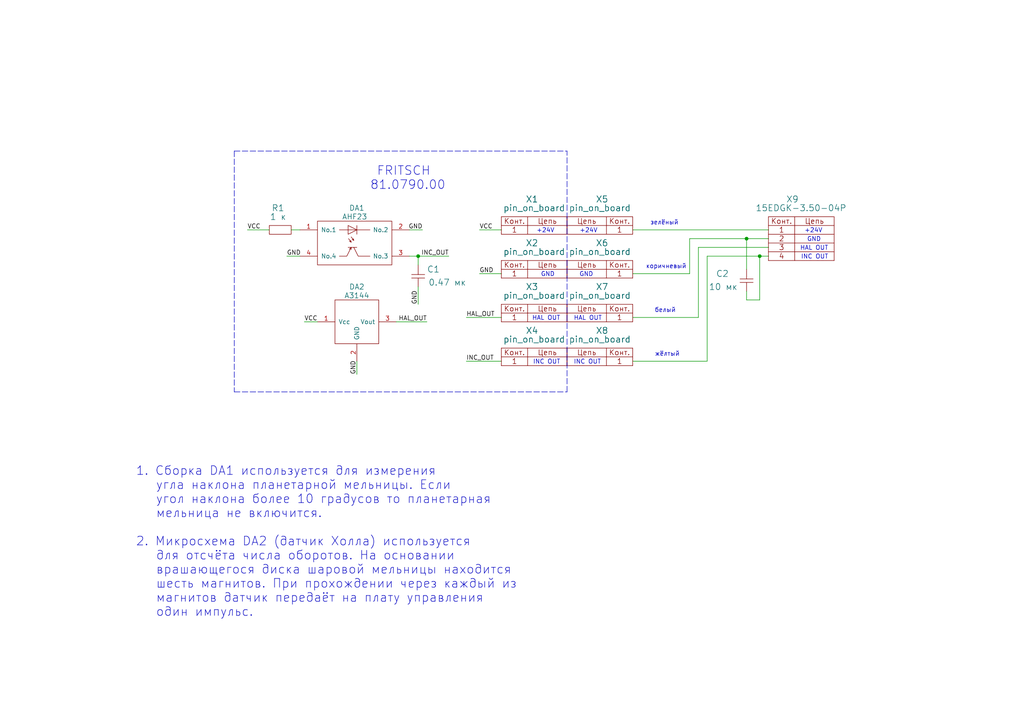
<source format=kicad_sch>
(kicad_sch (version 20211123) (generator eeschema)
  (paper "A4")
  (lib_symbols
    (symbol "IWsensors:hall_sensor_SS4xx" (pin_names (offset 1.016))
      (property "Reference" "DA" (at 5.08 3.81 0))
      (property "Value" "hall_sensor_SS4xx" (at 8.89 1.27 0))
      (symbol "hall_sensor_SS4xx_0_1"
        (polyline (pts (xy 0 0) (xy 12.7 0) (xy 12.7 -12.7) (xy 0 -12.7) (xy 0 0) (xy 0 0)))
      )
      (symbol "hall_sensor_SS4xx_1_1"
        (pin power_in line (at -5.08 -6.35 0) (length 5.08) (name "Vcc") (number "1"))
        (pin passive line (at 6.35 -17.78 90) (length 5.08) (name "GND") (number "2"))
        (pin output line (at 17.78 -6.35 180) (length 5.08) (name "Vout") (number "3"))
      )
    )
    (symbol "IWsensors:inclinometer_AHF23" (pin_names (offset 1.016))
      (property "Reference" "DA" (at 8.89 5.08 0))
      (property "Value" "inclinometer_AHF23" (at 10.16 2.54 0))
      (symbol "inclinometer_AHF23_0_1"
        (polyline (pts (xy 6.35 -2.54) (xy 15.24 -2.54)))
        (polyline (pts (xy 8.89 -7.62) (xy 11.43 -7.62)))
        (polyline (pts (xy 9.017 -5.08) (xy 9.779 -6.096)))
        (polyline (pts (xy 9.271 -5.842) (xy 9.779 -6.096)))
        (polyline (pts (xy 9.652 -5.588) (xy 9.779 -6.096)))
        (polyline (pts (xy 9.779 -4.572) (xy 10.541 -5.588)))
        (polyline (pts (xy 10.033 -5.334) (xy 10.541 -5.588)))
        (polyline (pts (xy 10.414 -5.08) (xy 10.541 -5.588)))
        (polyline (pts (xy 11.43 -1.27) (xy 11.43 -3.81)))
        (polyline (pts (xy 9.271 -8.128) (xy 9.779 -7.62) (xy 9.779 -8.255)))
        (polyline (pts (xy 9.779 -7.62) (xy 8.509 -10.16) (xy 6.35 -10.16)))
        (polyline (pts (xy 10.541 -7.62) (xy 11.811 -10.16) (xy 15.24 -10.16)))
        (polyline (pts (xy 8.89 -1.27) (xy 8.89 -3.81) (xy 11.43 -2.54) (xy 8.89 -1.27)))
        (rectangle (start 0 0) (end 21.59 -12.7))
      )
      (symbol "inclinometer_AHF23_1_1"
        (pin power_in line (at -5.08 -2.54 0) (length 5.08) (name "No.1") (number "1"))
        (pin output line (at 26.67 -2.54 180) (length 5.08) (name "No.2") (number "2"))
        (pin passive line (at 26.67 -10.16 180) (length 5.08) (name "No.3") (number "3"))
        (pin passive line (at -5.08 -10.16 0) (length 5.08) (name "No.4") (number "4"))
      )
    )
    (symbol "LFcapitors:CAPITORS" (pin_numbers hide) (pin_names (offset 1.016))
      (property "Reference" "C" (at 3.175 6.985 0))
      (property "Value" "CAPITORS" (at 3.175 4.445 0))
      (symbol "CAPITORS_0_1"
        (polyline (pts (xy 2.54 1.905) (xy 2.54 -1.905)))
        (polyline (pts (xy 3.556 1.905) (xy 3.556 -1.905)))
      )
      (symbol "CAPITORS_1_1"
        (pin passive line (at 0 0 0) (length 2.4892) (name "~") (number "1"))
        (pin passive line (at 6.35 0 180) (length 2.794) (name "~") (number "2"))
      )
    )
    (symbol "LFconnectors:connector_1pin_gost" (pin_numbers hide) (pin_names (offset 1.016) hide)
      (property "Reference" "X" (at 6.985 7.62 0))
      (property "Value" "connector_1pin_gost" (at -1.27 5.08 0))
      (symbol "connector_1pin_gost_0_0"
        (polyline (pts (xy 0 1.27) (xy 19.05 1.27)))
        (polyline (pts (xy 19.05 -1.27) (xy 0 -1.27)))
        (text "1" (at 3.81 0 0) (effects (font (size 1.524 1.524))))
        (text "Конт." (at 3.81 2.54 0) (effects (font (size 1.524 1.524))))
        (text "Цепь" (at 13.335 2.54 0) (effects (font (size 1.524 1.524))))
      )
      (symbol "connector_1pin_gost_0_1"
        (polyline (pts (xy 0 3.81) (xy 0 -1.27)))
        (polyline (pts (xy 0 3.81) (xy 19.05 3.81)))
        (polyline (pts (xy 7.62 3.81) (xy 7.62 -1.27)))
        (polyline (pts (xy 19.05 -1.27) (xy 19.05 3.81)))
      )
      (symbol "connector_1pin_gost_1_1"
        (pin passive line (at 0 0 0) (length 0) (name "~") (number "1"))
      )
    )
    (symbol "LFconnectors:connector_4pin_gost" (pin_numbers hide) (pin_names (offset 1.016) hide)
      (property "Reference" "X" (at 6.985 7.62 0))
      (property "Value" "connector_4pin_gost" (at -1.27 5.08 0))
      (symbol "connector_4pin_gost_0_0"
        (polyline (pts (xy 0 -8.89) (xy 19.05 -8.89)))
        (polyline (pts (xy 0 -6.35) (xy 19.05 -6.35)))
        (polyline (pts (xy 0 -3.81) (xy 19.05 -3.81)))
        (polyline (pts (xy 0 1.27) (xy 19.05 1.27)))
        (polyline (pts (xy 0 3.81) (xy 0 -8.89)))
        (polyline (pts (xy 7.62 3.81) (xy 7.62 -8.89)))
        (polyline (pts (xy 19.05 -1.27) (xy 0 -1.27)))
        (polyline (pts (xy 19.05 3.81) (xy 19.05 -8.89)))
        (text "1" (at 3.81 0 0) (effects (font (size 1.524 1.524))))
        (text "2" (at 3.81 -2.54 0) (effects (font (size 1.524 1.524))))
        (text "3" (at 3.81 -5.08 0) (effects (font (size 1.524 1.524))))
        (text "4" (at 3.81 -7.62 0) (effects (font (size 1.524 1.524))))
        (text "Конт." (at 3.81 2.54 0) (effects (font (size 1.524 1.524))))
        (text "Цепь" (at 13.335 2.54 0) (effects (font (size 1.524 1.524))))
      )
      (symbol "connector_4pin_gost_0_1"
        (polyline (pts (xy 0 3.81) (xy 19.05 3.81)))
      )
      (symbol "connector_4pin_gost_1_1"
        (pin passive line (at 0 0 0) (length 0) (name "~") (number "1"))
        (pin passive line (at 0 -2.54 0) (length 0) (name "~") (number "2"))
        (pin passive line (at 0 -5.08 0) (length 0) (name "~") (number "3"))
        (pin passive line (at 0 -7.62 0) (length 0) (name "~") (number "4"))
      )
    )
    (symbol "LFresistor:RESISTOR" (pin_numbers hide)
      (property "Reference" "R" (at 3.81 5.08 0))
      (property "Value" "RESISTOR" (at 3.81 2.54 0))
      (property "Datasheet" "AmpliOp.sch" (at 0 0 0))
      (symbol "RESISTOR_0_1"
        (rectangle (start 0 1.27) (end 6.35 -1.27))
      )
      (symbol "RESISTOR_1_1"
        (pin passive line (at 0 0 0) (length 0) (name "~") (number "1"))
        (pin passive line (at 6.35 0 180) (length 0) (name "~") (number "2"))
      )
    )
  )
  (junction (at 220.345 74.295))
  (junction (at 121.285 74.295))
  (junction (at 216.535 69.215))
  (wire (pts (xy 121.285 74.295) (xy 121.285 76.835)))
  (polyline (pts (xy 67.945 43.815) (xy 164.465 43.815)))
  (wire (pts (xy 135.255 92.075) (xy 145.415 92.075)))
  (wire (pts (xy 83.185 74.295) (xy 86.995 74.295)))
  (wire (pts (xy 183.515 79.375) (xy 200.025 79.375)))
  (wire (pts (xy 183.515 104.775) (xy 205.105 104.775)))
  (wire (pts (xy 200.025 79.375) (xy 200.025 69.215)))
  (wire (pts (xy 205.105 74.295) (xy 220.345 74.295)))
  (wire (pts (xy 88.265 93.345) (xy 92.075 93.345)))
  (wire (pts (xy 71.755 66.675) (xy 78.105 66.675)))
  (wire (pts (xy 139.065 66.675) (xy 145.415 66.675)))
  (wire (pts (xy 103.505 108.585) (xy 103.505 104.775)))
  (wire (pts (xy 216.535 69.215) (xy 222.885 69.215)))
  (wire (pts (xy 183.515 66.675) (xy 222.885 66.675)))
  (wire (pts (xy 121.285 88.265) (xy 121.285 83.185)))
  (wire (pts (xy 183.515 92.075) (xy 202.565 92.075)))
  (polyline (pts (xy 67.945 43.815) (xy 67.945 113.665)))
  (wire (pts (xy 216.535 84.455) (xy 216.535 86.995)))
  (wire (pts (xy 220.345 74.295) (xy 222.885 74.295)))
  (wire (pts (xy 121.285 74.295) (xy 130.175 74.295)))
  (polyline (pts (xy 67.945 113.665) (xy 164.465 113.665)))
  (wire (pts (xy 135.255 104.775) (xy 145.415 104.775)))
  (wire (pts (xy 202.565 92.075) (xy 202.565 71.755)))
  (wire (pts (xy 202.565 71.755) (xy 222.885 71.755)))
  (wire (pts (xy 220.345 86.995) (xy 220.345 74.295)))
  (wire (pts (xy 118.745 66.675) (xy 122.555 66.675)))
  (wire (pts (xy 216.535 69.215) (xy 216.535 78.105)))
  (wire (pts (xy 200.025 69.215) (xy 216.535 69.215)))
  (polyline (pts (xy 164.465 113.665) (xy 164.465 43.815)))
  (wire (pts (xy 114.935 93.345) (xy 123.825 93.345)))
  (wire (pts (xy 118.745 74.295) (xy 121.285 74.295)))
  (wire (pts (xy 139.065 79.375) (xy 145.415 79.375)))
  (wire (pts (xy 216.535 86.995) (xy 220.345 86.995)))
  (wire (pts (xy 84.455 66.675) (xy 86.995 66.675)))
  (wire (pts (xy 205.105 104.775) (xy 205.105 74.295)))
  (text "белый" (at 189.865 90.805 0) (effects (font (size 1.27 1.27)) (justify left bottom)))
  (text " FRITSCH\n81.0790.00" (at 107.315 55.245 0) (effects (font (size 2.54 2.54)) (justify left bottom)))
  (text "HAL OUT" (at 154.305 93.091 0) (effects (font (size 1.27 1.27)) (justify left bottom)))
  (text "+24V" (at 155.575 67.691 0) (effects (font (size 1.27 1.27)) (justify left bottom)))
  (text "HAL OUT" (at 174.625 93.091 180) (effects (font (size 1.27 1.27)) (justify right bottom)))
  (text "+24V" (at 173.355 67.691 180) (effects (font (size 1.27 1.27)) (justify right bottom)))
  (text "1. Сборка DA1 используется для измерения\n   угла наклона планетарной мельницы. Если\n   угол наклона более 10 градусов то планетарная\n   мельница не включится.\n\n2. Микросхема DA2 (датчик Холла) используется\n   для отсчёта числа оборотов. На основании\n   врашающегося диска шаровой мельницы находится\n   шесть магнитов. При прохождении через каждый из\n   магнитов датчик передаёт на плату управления\n   один импульс." (at 39.37 179.07 0) (effects (font (size 2.54 2.54)) (justify left bottom)))
  (text "GND" (at 156.845 80.391 0) (effects (font (size 1.27 1.27)) (justify left bottom)))
  (text "GND" (at 172.085 80.391 180) (effects (font (size 1.27 1.27)) (justify right bottom)))
  (text "жёлтый" (at 189.865 103.505 0) (effects (font (size 1.27 1.27)) (justify left bottom)))
  (text "+24V" (at 233.299 67.691 0) (effects (font (size 1.27 1.27)) (justify left bottom)))
  (text "INC OUT" (at 154.559 105.791 0) (effects (font (size 1.27 1.27)) (justify left bottom)))
  (text "GND" (at 234.061 70.231 0) (effects (font (size 1.27 1.27)) (justify left bottom)))
  (text "коричневый" (at 187.325 78.105 0) (effects (font (size 1.27 1.27)) (justify left bottom)))
  (text "HAL OUT" (at 232.029 72.771 0) (effects (font (size 1.27 1.27)) (justify left bottom)))
  (text "INC OUT" (at 174.371 105.791 180) (effects (font (size 1.27 1.27)) (justify right bottom)))
  (text "зелёный" (at 188.595 65.405 0) (effects (font (size 1.27 1.27)) (justify left bottom)))
  (text "INC OUT" (at 232.283 75.311 0) (effects (font (size 1.27 1.27)) (justify left bottom)))
  (label "GND" (at 122.555 66.675 180))
  (label "VCC" (at 139.065 66.675 0))
  (label "GND" (at 103.505 108.585 90))
  (label "GND" (at 121.285 88.265 90))
  (label "INC_OUT" (at 135.255 104.775 0))
  (label "VCC" (at 88.265 93.345 0))
  (label "INC_OUT" (at 130.175 74.295 180))
  (label "GND" (at 83.185 74.295 0))
  (label "GND" (at 139.065 79.375 0))
  (label "HAL_OUT" (at 135.255 92.075 0))
  (label "HAL_OUT" (at 123.825 93.345 180))
  (label "VCC" (at 71.755 66.675 0))
  (symbol (lib_id "LFconnectors:connector_1pin_gost") (at 183.515 92.075 0) (mirror y) (unit 1)
    (property "Reference" "X7" (at 174.625 83.185 0) (effects (font (size 1.8034 1.8034))))
    (property "Value" "pin_on_board" (at 173.99 85.725 0) (effects (font (size 1.8034 1.8034))))
  )
  (symbol (lib_id "LFconnectors:connector_1pin_gost") (at 183.515 79.375 0) (mirror y) (unit 1)
    (property "Reference" "X6" (at 174.625 70.485 0) (effects (font (size 1.8034 1.8034))))
    (property "Value" "pin_on_board" (at 173.99 73.025 0) (effects (font (size 1.8034 1.8034))))
  )
  (symbol (lib_id "IWsensors:hall_sensor_SS4xx") (at 97.155 86.995 0) (unit 1)
    (property "Reference" "DA2" (at 103.505 83.185 0) (effects (font (size 1.524 1.524))))
    (property "Value" "A3144" (at 103.505 85.725 0) (effects (font (size 1.524 1.524))))
  )
  (symbol (lib_id "LFconnectors:connector_1pin_gost") (at 145.415 79.375 0) (unit 1)
    (property "Reference" "X2" (at 154.305 70.485 0) (effects (font (size 1.8034 1.8034))))
    (property "Value" "pin_on_board" (at 154.94 73.025 0) (effects (font (size 1.8034 1.8034))))
  )
  (symbol (lib_id "LFconnectors:connector_1pin_gost") (at 145.415 66.675 0) (unit 1)
    (property "Reference" "X1" (at 154.305 57.785 0) (effects (font (size 1.8034 1.8034))))
    (property "Value" "pin_on_board" (at 154.94 60.325 0) (effects (font (size 1.8034 1.8034))))
  )
  (symbol (lib_id "LFconnectors:connector_1pin_gost") (at 145.415 104.775 0) (unit 1)
    (property "Reference" "X4" (at 154.305 95.885 0) (effects (font (size 1.8034 1.8034))))
    (property "Value" "pin_on_board" (at 154.94 98.425 0) (effects (font (size 1.8034 1.8034))))
  )
  (symbol (lib_id "LFconnectors:connector_1pin_gost") (at 183.515 104.775 0) (mirror y) (unit 1)
    (property "Reference" "X8" (at 174.625 95.885 0) (effects (font (size 1.8034 1.8034))))
    (property "Value" "pin_on_board" (at 173.99 98.425 0) (effects (font (size 1.8034 1.8034))))
  )
  (symbol (lib_id "LFcapitors:CAPITORS") (at 216.535 84.455 90) (unit 1)
    (property "Reference" "C2" (at 211.455 79.375 90) (effects (font (size 1.8034 1.8034)) (justify left)))
    (property "Value" "10 мк" (at 213.995 83.185 90) (effects (font (size 1.8034 1.8034)) (justify left)))
  )
  (symbol (lib_id "IWsensors:inclinometer_AHF23") (at 92.075 64.135 0) (unit 1)
    (property "Reference" "DA1" (at 103.505 60.325 0) (effects (font (size 1.524 1.524))))
    (property "Value" "AHF23" (at 102.87 62.865 0) (effects (font (size 1.524 1.524))))
  )
  (symbol (lib_id "LFresistor:RESISTOR") (at 78.105 66.675 0) (unit 1)
    (property "Reference" "R1" (at 80.645 60.325 0) (effects (font (size 1.8034 1.8034))))
    (property "Value" "1 к" (at 80.645 62.865 0) (effects (font (size 1.8034 1.8034))))
  )
  (symbol (lib_id "LFconnectors:connector_1pin_gost") (at 183.515 66.675 0) (mirror y) (unit 1)
    (property "Reference" "X5" (at 174.625 57.785 0) (effects (font (size 1.8034 1.8034))))
    (property "Value" "pin_on_board" (at 173.99 60.325 0) (effects (font (size 1.8034 1.8034))))
  )
  (symbol (lib_id "LFcapitors:CAPITORS") (at 121.285 83.185 90) (unit 1)
    (property "Reference" "C1" (at 127.635 78.105 90) (effects (font (size 1.8034 1.8034)) (justify left)))
    (property "Value" "0.47 мк" (at 135.255 81.915 90) (effects (font (size 1.8034 1.8034)) (justify left)))
  )
  (symbol (lib_id "LFconnectors:connector_1pin_gost") (at 145.415 92.075 0) (unit 1)
    (property "Reference" "X3" (at 154.305 83.185 0) (effects (font (size 1.8034 1.8034))))
    (property "Value" "pin_on_board" (at 154.94 85.725 0) (effects (font (size 1.8034 1.8034))))
  )
  (symbol (lib_id "LFconnectors:connector_4pin_gost") (at 222.885 66.675 0) (unit 1)
    (property "Reference" "X9" (at 227.965 57.785 0) (effects (font (size 1.8034 1.8034)) (justify left)))
    (property "Value" "15EDGK-3.50-04P" (at 219.075 60.325 0) (effects (font (size 1.8034 1.8034)) (justify left)))
  )
)
</source>
